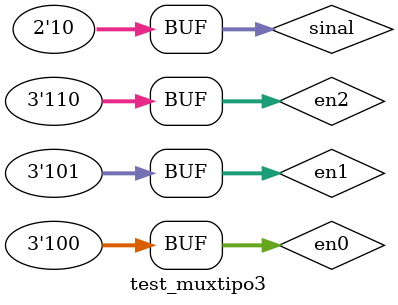
<source format=v>
/*
	CEFET-MG
	Disciplina de Laboratório de Arquitetura e Organização de Computadores
	Data: 28/08/2021
	Aluno: Fernando Veizaga
	Matricula: 20203001902
*/

module muxtipo3(entr0, entr1, entr2, saida, sinalt3);
	input [2:0] entr0, entr1, entr2;
	input [1:0] sinalt3;
	
	output reg [2:0] saida;
	
	always @ (entr0 or entr1 or entr2 or sinalt3)
	begin
		case(sinalt3)
			2'b00: begin saida = entr0; end
			2'b01: begin saida = entr1; end
			2'b10: begin saida = entr2; end
			default: begin saida = entr0; end
		endcase
	
	end
	
endmodule


module test_muxtipo3;
	reg [2:0] en0, en1, en2;
	reg [1:0] sinal;
	
	wire [2:0] saida;
	
	initial begin
		en0 = 1;
		en1 = 2;
		en2 = 3;
		sinal = 2'b00;
		#2 sinal = 2'b01;
		#2 sinal = 2'b10;
		#2 en0 = 4;
		en1 = 5;
		en2 = 6;
		sinal = 2'b00;
		#2 sinal = 2'b01;
		#2 sinal = 2'b10;
	end
	
	initial begin
 		$monitor("Time=%0d entr0=%b entr1=%b entr3=%b sinalt3=%b saida=%b",$time, en0, en1, en2, sinal, saida);
 	end
	
	muxtipo3 mod1(en0, en1, en2, saida, sinal);
	
endmodule
</source>
